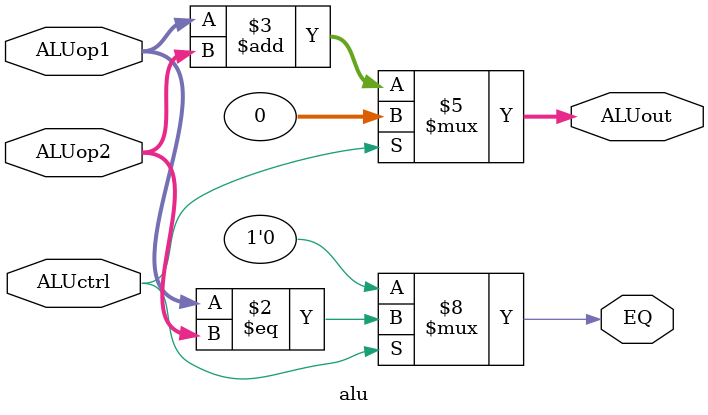
<source format=sv>
module alu #(
) (
    input logic signed [31:0] ALUop1,
    input logic signed [31:0] ALUop2,
    input logic ALUctrl,
    output logic signed [31:0] ALUout,
    output logic EQ

);

always_comb begin
        if (ALUctrl) begin
            EQ = (ALUop1 == ALUop2); // Check if operands are equal
            ALUout = 0;
            end 
            else begin
            ALUout = ALUop1 + ALUop2;
            EQ = 0;
        end
    end

endmodule

</source>
